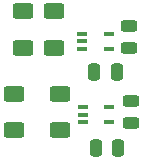
<source format=gbr>
%TF.GenerationSoftware,KiCad,Pcbnew,8.0.5*%
%TF.CreationDate,2025-03-29T10:41:36-05:00*%
%TF.ProjectId,ADC_Board,4144435f-426f-4617-9264-2e6b69636164,rev?*%
%TF.SameCoordinates,Original*%
%TF.FileFunction,Paste,Bot*%
%TF.FilePolarity,Positive*%
%FSLAX46Y46*%
G04 Gerber Fmt 4.6, Leading zero omitted, Abs format (unit mm)*
G04 Created by KiCad (PCBNEW 8.0.5) date 2025-03-29 10:41:36*
%MOMM*%
%LPD*%
G01*
G04 APERTURE LIST*
G04 Aperture macros list*
%AMRoundRect*
0 Rectangle with rounded corners*
0 $1 Rounding radius*
0 $2 $3 $4 $5 $6 $7 $8 $9 X,Y pos of 4 corners*
0 Add a 4 corners polygon primitive as box body*
4,1,4,$2,$3,$4,$5,$6,$7,$8,$9,$2,$3,0*
0 Add four circle primitives for the rounded corners*
1,1,$1+$1,$2,$3*
1,1,$1+$1,$4,$5*
1,1,$1+$1,$6,$7*
1,1,$1+$1,$8,$9*
0 Add four rect primitives between the rounded corners*
20,1,$1+$1,$2,$3,$4,$5,0*
20,1,$1+$1,$4,$5,$6,$7,0*
20,1,$1+$1,$6,$7,$8,$9,0*
20,1,$1+$1,$8,$9,$2,$3,0*%
G04 Aperture macros list end*
%ADD10RoundRect,0.250000X0.625000X-0.400000X0.625000X0.400000X-0.625000X0.400000X-0.625000X-0.400000X0*%
%ADD11R,0.850900X0.304800*%
%ADD12RoundRect,0.250000X-0.250000X-0.475000X0.250000X-0.475000X0.250000X0.475000X-0.250000X0.475000X0*%
%ADD13RoundRect,0.243750X-0.456250X0.243750X-0.456250X-0.243750X0.456250X-0.243750X0.456250X0.243750X0*%
G04 APERTURE END LIST*
D10*
%TO.C,R4*%
X170600000Y-80550000D03*
X170600000Y-77450000D03*
%TD*%
D11*
%TO.C,U2*%
X176424450Y-79864886D03*
X176424450Y-79214900D03*
X176424450Y-78564914D03*
X178672350Y-78564901D03*
X178672350Y-79864899D03*
%TD*%
D10*
%TO.C,R1*%
X171400000Y-73550000D03*
X171400000Y-70450000D03*
%TD*%
D12*
%TO.C,C2*%
X177414100Y-75611700D03*
X179314100Y-75611700D03*
%TD*%
%TO.C,C3*%
X177550000Y-82000000D03*
X179450000Y-82000000D03*
%TD*%
D11*
%TO.C,U1*%
X176376050Y-73649986D03*
X176376050Y-73000000D03*
X176376050Y-72350014D03*
X178623950Y-72350001D03*
X178623950Y-73649999D03*
%TD*%
D13*
%TO.C,D2*%
X180364100Y-71674200D03*
X180364100Y-73549200D03*
%TD*%
D10*
%TO.C,R2*%
X174000000Y-73550000D03*
X174000000Y-70450000D03*
%TD*%
D13*
%TO.C,D3*%
X180500000Y-78062500D03*
X180500000Y-79937500D03*
%TD*%
D10*
%TO.C,R5*%
X174500000Y-80550000D03*
X174500000Y-77450000D03*
%TD*%
M02*

</source>
